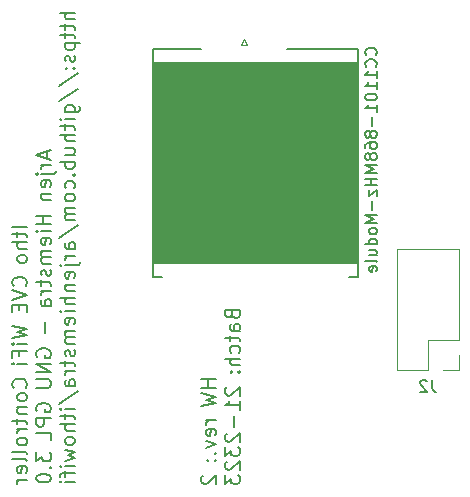
<source format=gbo>
G04 #@! TF.GenerationSoftware,KiCad,Pcbnew,(7.0.0-0)*
G04 #@! TF.CreationDate,2023-06-06T22:54:07+02:00*
G04 #@! TF.ProjectId,ithowifi_4l_v21_tht,6974686f-7769-4666-995f-346c5f763231,rev?*
G04 #@! TF.SameCoordinates,Original*
G04 #@! TF.FileFunction,Legend,Bot*
G04 #@! TF.FilePolarity,Positive*
%FSLAX46Y46*%
G04 Gerber Fmt 4.6, Leading zero omitted, Abs format (unit mm)*
G04 Created by KiCad (PCBNEW (7.0.0-0)) date 2023-06-06 22:54:07*
%MOMM*%
%LPD*%
G01*
G04 APERTURE LIST*
%ADD10C,0.100000*%
%ADD11C,0.200000*%
%ADD12C,0.150000*%
%ADD13C,0.120000*%
G04 APERTURE END LIST*
D10*
G36*
X114808000Y-129997200D02*
G01*
X97561400Y-129997200D01*
X97536000Y-113030000D01*
X114808000Y-113030000D01*
X114808000Y-129997200D01*
G37*
X114808000Y-129997200D02*
X97561400Y-129997200D01*
X97536000Y-113030000D01*
X114808000Y-113030000D01*
X114808000Y-129997200D01*
D11*
X86831236Y-126961869D02*
X85585236Y-126961869D01*
X86000570Y-127377202D02*
X86000570Y-127851869D01*
X85585236Y-127555202D02*
X86653236Y-127555202D01*
X86653236Y-127555202D02*
X86771903Y-127614536D01*
X86771903Y-127614536D02*
X86831236Y-127733202D01*
X86831236Y-127733202D02*
X86831236Y-127851869D01*
X86831236Y-128267202D02*
X85585236Y-128267202D01*
X86831236Y-128801202D02*
X86178570Y-128801202D01*
X86178570Y-128801202D02*
X86059903Y-128741869D01*
X86059903Y-128741869D02*
X86000570Y-128623202D01*
X86000570Y-128623202D02*
X86000570Y-128445202D01*
X86000570Y-128445202D02*
X86059903Y-128326536D01*
X86059903Y-128326536D02*
X86119236Y-128267202D01*
X86831236Y-129572535D02*
X86771903Y-129453869D01*
X86771903Y-129453869D02*
X86712570Y-129394535D01*
X86712570Y-129394535D02*
X86593903Y-129335202D01*
X86593903Y-129335202D02*
X86237903Y-129335202D01*
X86237903Y-129335202D02*
X86119236Y-129394535D01*
X86119236Y-129394535D02*
X86059903Y-129453869D01*
X86059903Y-129453869D02*
X86000570Y-129572535D01*
X86000570Y-129572535D02*
X86000570Y-129750535D01*
X86000570Y-129750535D02*
X86059903Y-129869202D01*
X86059903Y-129869202D02*
X86119236Y-129928535D01*
X86119236Y-129928535D02*
X86237903Y-129987869D01*
X86237903Y-129987869D02*
X86593903Y-129987869D01*
X86593903Y-129987869D02*
X86712570Y-129928535D01*
X86712570Y-129928535D02*
X86771903Y-129869202D01*
X86771903Y-129869202D02*
X86831236Y-129750535D01*
X86831236Y-129750535D02*
X86831236Y-129572535D01*
X86712570Y-131981468D02*
X86771903Y-131922135D01*
X86771903Y-131922135D02*
X86831236Y-131744135D01*
X86831236Y-131744135D02*
X86831236Y-131625468D01*
X86831236Y-131625468D02*
X86771903Y-131447468D01*
X86771903Y-131447468D02*
X86653236Y-131328802D01*
X86653236Y-131328802D02*
X86534570Y-131269468D01*
X86534570Y-131269468D02*
X86297236Y-131210135D01*
X86297236Y-131210135D02*
X86119236Y-131210135D01*
X86119236Y-131210135D02*
X85881903Y-131269468D01*
X85881903Y-131269468D02*
X85763236Y-131328802D01*
X85763236Y-131328802D02*
X85644570Y-131447468D01*
X85644570Y-131447468D02*
X85585236Y-131625468D01*
X85585236Y-131625468D02*
X85585236Y-131744135D01*
X85585236Y-131744135D02*
X85644570Y-131922135D01*
X85644570Y-131922135D02*
X85703903Y-131981468D01*
X85585236Y-132337468D02*
X86831236Y-132752802D01*
X86831236Y-132752802D02*
X85585236Y-133168135D01*
X86178570Y-133583468D02*
X86178570Y-133998802D01*
X86831236Y-134176802D02*
X86831236Y-133583468D01*
X86831236Y-133583468D02*
X85585236Y-133583468D01*
X85585236Y-133583468D02*
X85585236Y-134176802D01*
X85585236Y-135339735D02*
X86831236Y-135636401D01*
X86831236Y-135636401D02*
X85941236Y-135873735D01*
X85941236Y-135873735D02*
X86831236Y-136111068D01*
X86831236Y-136111068D02*
X85585236Y-136407735D01*
X86831236Y-136882401D02*
X86000570Y-136882401D01*
X85585236Y-136882401D02*
X85644570Y-136823068D01*
X85644570Y-136823068D02*
X85703903Y-136882401D01*
X85703903Y-136882401D02*
X85644570Y-136941735D01*
X85644570Y-136941735D02*
X85585236Y-136882401D01*
X85585236Y-136882401D02*
X85703903Y-136882401D01*
X86178570Y-137891068D02*
X86178570Y-137475734D01*
X86831236Y-137475734D02*
X85585236Y-137475734D01*
X85585236Y-137475734D02*
X85585236Y-138069068D01*
X86831236Y-138543734D02*
X86000570Y-138543734D01*
X85585236Y-138543734D02*
X85644570Y-138484401D01*
X85644570Y-138484401D02*
X85703903Y-138543734D01*
X85703903Y-138543734D02*
X85644570Y-138603068D01*
X85644570Y-138603068D02*
X85585236Y-138543734D01*
X85585236Y-138543734D02*
X85703903Y-138543734D01*
X86712570Y-140596667D02*
X86771903Y-140537334D01*
X86771903Y-140537334D02*
X86831236Y-140359334D01*
X86831236Y-140359334D02*
X86831236Y-140240667D01*
X86831236Y-140240667D02*
X86771903Y-140062667D01*
X86771903Y-140062667D02*
X86653236Y-139944001D01*
X86653236Y-139944001D02*
X86534570Y-139884667D01*
X86534570Y-139884667D02*
X86297236Y-139825334D01*
X86297236Y-139825334D02*
X86119236Y-139825334D01*
X86119236Y-139825334D02*
X85881903Y-139884667D01*
X85881903Y-139884667D02*
X85763236Y-139944001D01*
X85763236Y-139944001D02*
X85644570Y-140062667D01*
X85644570Y-140062667D02*
X85585236Y-140240667D01*
X85585236Y-140240667D02*
X85585236Y-140359334D01*
X85585236Y-140359334D02*
X85644570Y-140537334D01*
X85644570Y-140537334D02*
X85703903Y-140596667D01*
X86831236Y-141308667D02*
X86771903Y-141190001D01*
X86771903Y-141190001D02*
X86712570Y-141130667D01*
X86712570Y-141130667D02*
X86593903Y-141071334D01*
X86593903Y-141071334D02*
X86237903Y-141071334D01*
X86237903Y-141071334D02*
X86119236Y-141130667D01*
X86119236Y-141130667D02*
X86059903Y-141190001D01*
X86059903Y-141190001D02*
X86000570Y-141308667D01*
X86000570Y-141308667D02*
X86000570Y-141486667D01*
X86000570Y-141486667D02*
X86059903Y-141605334D01*
X86059903Y-141605334D02*
X86119236Y-141664667D01*
X86119236Y-141664667D02*
X86237903Y-141724001D01*
X86237903Y-141724001D02*
X86593903Y-141724001D01*
X86593903Y-141724001D02*
X86712570Y-141664667D01*
X86712570Y-141664667D02*
X86771903Y-141605334D01*
X86771903Y-141605334D02*
X86831236Y-141486667D01*
X86831236Y-141486667D02*
X86831236Y-141308667D01*
X86000570Y-142258000D02*
X86831236Y-142258000D01*
X86119236Y-142258000D02*
X86059903Y-142317334D01*
X86059903Y-142317334D02*
X86000570Y-142436000D01*
X86000570Y-142436000D02*
X86000570Y-142614000D01*
X86000570Y-142614000D02*
X86059903Y-142732667D01*
X86059903Y-142732667D02*
X86178570Y-142792000D01*
X86178570Y-142792000D02*
X86831236Y-142792000D01*
X86000570Y-143207333D02*
X86000570Y-143682000D01*
X85585236Y-143385333D02*
X86653236Y-143385333D01*
X86653236Y-143385333D02*
X86771903Y-143444667D01*
X86771903Y-143444667D02*
X86831236Y-143563333D01*
X86831236Y-143563333D02*
X86831236Y-143682000D01*
X86831236Y-144097333D02*
X86000570Y-144097333D01*
X86237903Y-144097333D02*
X86119236Y-144156667D01*
X86119236Y-144156667D02*
X86059903Y-144216000D01*
X86059903Y-144216000D02*
X86000570Y-144334667D01*
X86000570Y-144334667D02*
X86000570Y-144453333D01*
X86831236Y-145046666D02*
X86771903Y-144928000D01*
X86771903Y-144928000D02*
X86712570Y-144868666D01*
X86712570Y-144868666D02*
X86593903Y-144809333D01*
X86593903Y-144809333D02*
X86237903Y-144809333D01*
X86237903Y-144809333D02*
X86119236Y-144868666D01*
X86119236Y-144868666D02*
X86059903Y-144928000D01*
X86059903Y-144928000D02*
X86000570Y-145046666D01*
X86000570Y-145046666D02*
X86000570Y-145224666D01*
X86000570Y-145224666D02*
X86059903Y-145343333D01*
X86059903Y-145343333D02*
X86119236Y-145402666D01*
X86119236Y-145402666D02*
X86237903Y-145462000D01*
X86237903Y-145462000D02*
X86593903Y-145462000D01*
X86593903Y-145462000D02*
X86712570Y-145402666D01*
X86712570Y-145402666D02*
X86771903Y-145343333D01*
X86771903Y-145343333D02*
X86831236Y-145224666D01*
X86831236Y-145224666D02*
X86831236Y-145046666D01*
X86831236Y-146173999D02*
X86771903Y-146055333D01*
X86771903Y-146055333D02*
X86653236Y-145995999D01*
X86653236Y-145995999D02*
X85585236Y-145995999D01*
X86831236Y-146826666D02*
X86771903Y-146708000D01*
X86771903Y-146708000D02*
X86653236Y-146648666D01*
X86653236Y-146648666D02*
X85585236Y-146648666D01*
X86771903Y-147776000D02*
X86831236Y-147657333D01*
X86831236Y-147657333D02*
X86831236Y-147420000D01*
X86831236Y-147420000D02*
X86771903Y-147301333D01*
X86771903Y-147301333D02*
X86653236Y-147242000D01*
X86653236Y-147242000D02*
X86178570Y-147242000D01*
X86178570Y-147242000D02*
X86059903Y-147301333D01*
X86059903Y-147301333D02*
X86000570Y-147420000D01*
X86000570Y-147420000D02*
X86000570Y-147657333D01*
X86000570Y-147657333D02*
X86059903Y-147776000D01*
X86059903Y-147776000D02*
X86178570Y-147835333D01*
X86178570Y-147835333D02*
X86297236Y-147835333D01*
X86297236Y-147835333D02*
X86415903Y-147242000D01*
X86831236Y-148369333D02*
X86000570Y-148369333D01*
X86237903Y-148369333D02*
X86119236Y-148428667D01*
X86119236Y-148428667D02*
X86059903Y-148488000D01*
X86059903Y-148488000D02*
X86000570Y-148606667D01*
X86000570Y-148606667D02*
X86000570Y-148725333D01*
X88493756Y-120601335D02*
X88493756Y-121194668D01*
X88849756Y-120482668D02*
X87603756Y-120898002D01*
X87603756Y-120898002D02*
X88849756Y-121313335D01*
X88849756Y-121728668D02*
X88019090Y-121728668D01*
X88256423Y-121728668D02*
X88137756Y-121788002D01*
X88137756Y-121788002D02*
X88078423Y-121847335D01*
X88078423Y-121847335D02*
X88019090Y-121966002D01*
X88019090Y-121966002D02*
X88019090Y-122084668D01*
X88019090Y-122500001D02*
X89087090Y-122500001D01*
X89087090Y-122500001D02*
X89205756Y-122440668D01*
X89205756Y-122440668D02*
X89265090Y-122322001D01*
X89265090Y-122322001D02*
X89265090Y-122262668D01*
X87603756Y-122500001D02*
X87663090Y-122440668D01*
X87663090Y-122440668D02*
X87722423Y-122500001D01*
X87722423Y-122500001D02*
X87663090Y-122559335D01*
X87663090Y-122559335D02*
X87603756Y-122500001D01*
X87603756Y-122500001D02*
X87722423Y-122500001D01*
X88790423Y-123568001D02*
X88849756Y-123449334D01*
X88849756Y-123449334D02*
X88849756Y-123212001D01*
X88849756Y-123212001D02*
X88790423Y-123093334D01*
X88790423Y-123093334D02*
X88671756Y-123034001D01*
X88671756Y-123034001D02*
X88197090Y-123034001D01*
X88197090Y-123034001D02*
X88078423Y-123093334D01*
X88078423Y-123093334D02*
X88019090Y-123212001D01*
X88019090Y-123212001D02*
X88019090Y-123449334D01*
X88019090Y-123449334D02*
X88078423Y-123568001D01*
X88078423Y-123568001D02*
X88197090Y-123627334D01*
X88197090Y-123627334D02*
X88315756Y-123627334D01*
X88315756Y-123627334D02*
X88434423Y-123034001D01*
X88019090Y-124161334D02*
X88849756Y-124161334D01*
X88137756Y-124161334D02*
X88078423Y-124220668D01*
X88078423Y-124220668D02*
X88019090Y-124339334D01*
X88019090Y-124339334D02*
X88019090Y-124517334D01*
X88019090Y-124517334D02*
X88078423Y-124636001D01*
X88078423Y-124636001D02*
X88197090Y-124695334D01*
X88197090Y-124695334D02*
X88849756Y-124695334D01*
X88849756Y-126036267D02*
X87603756Y-126036267D01*
X88197090Y-126036267D02*
X88197090Y-126748267D01*
X88849756Y-126748267D02*
X87603756Y-126748267D01*
X88849756Y-127341600D02*
X88019090Y-127341600D01*
X87603756Y-127341600D02*
X87663090Y-127282267D01*
X87663090Y-127282267D02*
X87722423Y-127341600D01*
X87722423Y-127341600D02*
X87663090Y-127400934D01*
X87663090Y-127400934D02*
X87603756Y-127341600D01*
X87603756Y-127341600D02*
X87722423Y-127341600D01*
X88790423Y-128409600D02*
X88849756Y-128290933D01*
X88849756Y-128290933D02*
X88849756Y-128053600D01*
X88849756Y-128053600D02*
X88790423Y-127934933D01*
X88790423Y-127934933D02*
X88671756Y-127875600D01*
X88671756Y-127875600D02*
X88197090Y-127875600D01*
X88197090Y-127875600D02*
X88078423Y-127934933D01*
X88078423Y-127934933D02*
X88019090Y-128053600D01*
X88019090Y-128053600D02*
X88019090Y-128290933D01*
X88019090Y-128290933D02*
X88078423Y-128409600D01*
X88078423Y-128409600D02*
X88197090Y-128468933D01*
X88197090Y-128468933D02*
X88315756Y-128468933D01*
X88315756Y-128468933D02*
X88434423Y-127875600D01*
X88849756Y-129002933D02*
X88019090Y-129002933D01*
X88137756Y-129002933D02*
X88078423Y-129062267D01*
X88078423Y-129062267D02*
X88019090Y-129180933D01*
X88019090Y-129180933D02*
X88019090Y-129358933D01*
X88019090Y-129358933D02*
X88078423Y-129477600D01*
X88078423Y-129477600D02*
X88197090Y-129536933D01*
X88197090Y-129536933D02*
X88849756Y-129536933D01*
X88197090Y-129536933D02*
X88078423Y-129596267D01*
X88078423Y-129596267D02*
X88019090Y-129714933D01*
X88019090Y-129714933D02*
X88019090Y-129892933D01*
X88019090Y-129892933D02*
X88078423Y-130011600D01*
X88078423Y-130011600D02*
X88197090Y-130070933D01*
X88197090Y-130070933D02*
X88849756Y-130070933D01*
X88790423Y-130604933D02*
X88849756Y-130723600D01*
X88849756Y-130723600D02*
X88849756Y-130960933D01*
X88849756Y-130960933D02*
X88790423Y-131079600D01*
X88790423Y-131079600D02*
X88671756Y-131138933D01*
X88671756Y-131138933D02*
X88612423Y-131138933D01*
X88612423Y-131138933D02*
X88493756Y-131079600D01*
X88493756Y-131079600D02*
X88434423Y-130960933D01*
X88434423Y-130960933D02*
X88434423Y-130782933D01*
X88434423Y-130782933D02*
X88375090Y-130664266D01*
X88375090Y-130664266D02*
X88256423Y-130604933D01*
X88256423Y-130604933D02*
X88197090Y-130604933D01*
X88197090Y-130604933D02*
X88078423Y-130664266D01*
X88078423Y-130664266D02*
X88019090Y-130782933D01*
X88019090Y-130782933D02*
X88019090Y-130960933D01*
X88019090Y-130960933D02*
X88078423Y-131079600D01*
X88019090Y-131494933D02*
X88019090Y-131969600D01*
X87603756Y-131672933D02*
X88671756Y-131672933D01*
X88671756Y-131672933D02*
X88790423Y-131732267D01*
X88790423Y-131732267D02*
X88849756Y-131850933D01*
X88849756Y-131850933D02*
X88849756Y-131969600D01*
X88849756Y-132384933D02*
X88019090Y-132384933D01*
X88256423Y-132384933D02*
X88137756Y-132444267D01*
X88137756Y-132444267D02*
X88078423Y-132503600D01*
X88078423Y-132503600D02*
X88019090Y-132622267D01*
X88019090Y-132622267D02*
X88019090Y-132740933D01*
X88849756Y-133690266D02*
X88197090Y-133690266D01*
X88197090Y-133690266D02*
X88078423Y-133630933D01*
X88078423Y-133630933D02*
X88019090Y-133512266D01*
X88019090Y-133512266D02*
X88019090Y-133274933D01*
X88019090Y-133274933D02*
X88078423Y-133156266D01*
X88790423Y-133690266D02*
X88849756Y-133571600D01*
X88849756Y-133571600D02*
X88849756Y-133274933D01*
X88849756Y-133274933D02*
X88790423Y-133156266D01*
X88790423Y-133156266D02*
X88671756Y-133096933D01*
X88671756Y-133096933D02*
X88553090Y-133096933D01*
X88553090Y-133096933D02*
X88434423Y-133156266D01*
X88434423Y-133156266D02*
X88375090Y-133274933D01*
X88375090Y-133274933D02*
X88375090Y-133571600D01*
X88375090Y-133571600D02*
X88315756Y-133690266D01*
X88375090Y-135031199D02*
X88375090Y-135980533D01*
X87663090Y-137974133D02*
X87603756Y-137855466D01*
X87603756Y-137855466D02*
X87603756Y-137677466D01*
X87603756Y-137677466D02*
X87663090Y-137499466D01*
X87663090Y-137499466D02*
X87781756Y-137380800D01*
X87781756Y-137380800D02*
X87900423Y-137321466D01*
X87900423Y-137321466D02*
X88137756Y-137262133D01*
X88137756Y-137262133D02*
X88315756Y-137262133D01*
X88315756Y-137262133D02*
X88553090Y-137321466D01*
X88553090Y-137321466D02*
X88671756Y-137380800D01*
X88671756Y-137380800D02*
X88790423Y-137499466D01*
X88790423Y-137499466D02*
X88849756Y-137677466D01*
X88849756Y-137677466D02*
X88849756Y-137796133D01*
X88849756Y-137796133D02*
X88790423Y-137974133D01*
X88790423Y-137974133D02*
X88731090Y-138033466D01*
X88731090Y-138033466D02*
X88315756Y-138033466D01*
X88315756Y-138033466D02*
X88315756Y-137796133D01*
X88849756Y-138567466D02*
X87603756Y-138567466D01*
X87603756Y-138567466D02*
X88849756Y-139279466D01*
X88849756Y-139279466D02*
X87603756Y-139279466D01*
X87603756Y-139872799D02*
X88612423Y-139872799D01*
X88612423Y-139872799D02*
X88731090Y-139932133D01*
X88731090Y-139932133D02*
X88790423Y-139991466D01*
X88790423Y-139991466D02*
X88849756Y-140110133D01*
X88849756Y-140110133D02*
X88849756Y-140347466D01*
X88849756Y-140347466D02*
X88790423Y-140466133D01*
X88790423Y-140466133D02*
X88731090Y-140525466D01*
X88731090Y-140525466D02*
X88612423Y-140584799D01*
X88612423Y-140584799D02*
X87603756Y-140584799D01*
X87663090Y-142578399D02*
X87603756Y-142459732D01*
X87603756Y-142459732D02*
X87603756Y-142281732D01*
X87603756Y-142281732D02*
X87663090Y-142103732D01*
X87663090Y-142103732D02*
X87781756Y-141985066D01*
X87781756Y-141985066D02*
X87900423Y-141925732D01*
X87900423Y-141925732D02*
X88137756Y-141866399D01*
X88137756Y-141866399D02*
X88315756Y-141866399D01*
X88315756Y-141866399D02*
X88553090Y-141925732D01*
X88553090Y-141925732D02*
X88671756Y-141985066D01*
X88671756Y-141985066D02*
X88790423Y-142103732D01*
X88790423Y-142103732D02*
X88849756Y-142281732D01*
X88849756Y-142281732D02*
X88849756Y-142400399D01*
X88849756Y-142400399D02*
X88790423Y-142578399D01*
X88790423Y-142578399D02*
X88731090Y-142637732D01*
X88731090Y-142637732D02*
X88315756Y-142637732D01*
X88315756Y-142637732D02*
X88315756Y-142400399D01*
X88849756Y-143171732D02*
X87603756Y-143171732D01*
X87603756Y-143171732D02*
X87603756Y-143646399D01*
X87603756Y-143646399D02*
X87663090Y-143765066D01*
X87663090Y-143765066D02*
X87722423Y-143824399D01*
X87722423Y-143824399D02*
X87841090Y-143883732D01*
X87841090Y-143883732D02*
X88019090Y-143883732D01*
X88019090Y-143883732D02*
X88137756Y-143824399D01*
X88137756Y-143824399D02*
X88197090Y-143765066D01*
X88197090Y-143765066D02*
X88256423Y-143646399D01*
X88256423Y-143646399D02*
X88256423Y-143171732D01*
X88849756Y-145011066D02*
X88849756Y-144417732D01*
X88849756Y-144417732D02*
X87603756Y-144417732D01*
X87603756Y-146055333D02*
X87603756Y-146826666D01*
X87603756Y-146826666D02*
X88078423Y-146411333D01*
X88078423Y-146411333D02*
X88078423Y-146589333D01*
X88078423Y-146589333D02*
X88137756Y-146707999D01*
X88137756Y-146707999D02*
X88197090Y-146767333D01*
X88197090Y-146767333D02*
X88315756Y-146826666D01*
X88315756Y-146826666D02*
X88612423Y-146826666D01*
X88612423Y-146826666D02*
X88731090Y-146767333D01*
X88731090Y-146767333D02*
X88790423Y-146707999D01*
X88790423Y-146707999D02*
X88849756Y-146589333D01*
X88849756Y-146589333D02*
X88849756Y-146233333D01*
X88849756Y-146233333D02*
X88790423Y-146114666D01*
X88790423Y-146114666D02*
X88731090Y-146055333D01*
X88731090Y-147360666D02*
X88790423Y-147420000D01*
X88790423Y-147420000D02*
X88849756Y-147360666D01*
X88849756Y-147360666D02*
X88790423Y-147301333D01*
X88790423Y-147301333D02*
X88731090Y-147360666D01*
X88731090Y-147360666D02*
X88849756Y-147360666D01*
X87603756Y-148191333D02*
X87603756Y-148309999D01*
X87603756Y-148309999D02*
X87663090Y-148428666D01*
X87663090Y-148428666D02*
X87722423Y-148487999D01*
X87722423Y-148487999D02*
X87841090Y-148547333D01*
X87841090Y-148547333D02*
X88078423Y-148606666D01*
X88078423Y-148606666D02*
X88375090Y-148606666D01*
X88375090Y-148606666D02*
X88612423Y-148547333D01*
X88612423Y-148547333D02*
X88731090Y-148487999D01*
X88731090Y-148487999D02*
X88790423Y-148428666D01*
X88790423Y-148428666D02*
X88849756Y-148309999D01*
X88849756Y-148309999D02*
X88849756Y-148191333D01*
X88849756Y-148191333D02*
X88790423Y-148072666D01*
X88790423Y-148072666D02*
X88731090Y-148013333D01*
X88731090Y-148013333D02*
X88612423Y-147953999D01*
X88612423Y-147953999D02*
X88375090Y-147894666D01*
X88375090Y-147894666D02*
X88078423Y-147894666D01*
X88078423Y-147894666D02*
X87841090Y-147953999D01*
X87841090Y-147953999D02*
X87722423Y-148013333D01*
X87722423Y-148013333D02*
X87663090Y-148072666D01*
X87663090Y-148072666D02*
X87603756Y-148191333D01*
X90868276Y-108853342D02*
X89622276Y-108853342D01*
X90868276Y-109387342D02*
X90215610Y-109387342D01*
X90215610Y-109387342D02*
X90096943Y-109328009D01*
X90096943Y-109328009D02*
X90037610Y-109209342D01*
X90037610Y-109209342D02*
X90037610Y-109031342D01*
X90037610Y-109031342D02*
X90096943Y-108912676D01*
X90096943Y-108912676D02*
X90156276Y-108853342D01*
X90037610Y-109802675D02*
X90037610Y-110277342D01*
X89622276Y-109980675D02*
X90690276Y-109980675D01*
X90690276Y-109980675D02*
X90808943Y-110040009D01*
X90808943Y-110040009D02*
X90868276Y-110158675D01*
X90868276Y-110158675D02*
X90868276Y-110277342D01*
X90037610Y-110514675D02*
X90037610Y-110989342D01*
X89622276Y-110692675D02*
X90690276Y-110692675D01*
X90690276Y-110692675D02*
X90808943Y-110752009D01*
X90808943Y-110752009D02*
X90868276Y-110870675D01*
X90868276Y-110870675D02*
X90868276Y-110989342D01*
X90037610Y-111404675D02*
X91283610Y-111404675D01*
X90096943Y-111404675D02*
X90037610Y-111523342D01*
X90037610Y-111523342D02*
X90037610Y-111760675D01*
X90037610Y-111760675D02*
X90096943Y-111879342D01*
X90096943Y-111879342D02*
X90156276Y-111938675D01*
X90156276Y-111938675D02*
X90274943Y-111998009D01*
X90274943Y-111998009D02*
X90630943Y-111998009D01*
X90630943Y-111998009D02*
X90749610Y-111938675D01*
X90749610Y-111938675D02*
X90808943Y-111879342D01*
X90808943Y-111879342D02*
X90868276Y-111760675D01*
X90868276Y-111760675D02*
X90868276Y-111523342D01*
X90868276Y-111523342D02*
X90808943Y-111404675D01*
X90808943Y-112472675D02*
X90868276Y-112591342D01*
X90868276Y-112591342D02*
X90868276Y-112828675D01*
X90868276Y-112828675D02*
X90808943Y-112947342D01*
X90808943Y-112947342D02*
X90690276Y-113006675D01*
X90690276Y-113006675D02*
X90630943Y-113006675D01*
X90630943Y-113006675D02*
X90512276Y-112947342D01*
X90512276Y-112947342D02*
X90452943Y-112828675D01*
X90452943Y-112828675D02*
X90452943Y-112650675D01*
X90452943Y-112650675D02*
X90393610Y-112532008D01*
X90393610Y-112532008D02*
X90274943Y-112472675D01*
X90274943Y-112472675D02*
X90215610Y-112472675D01*
X90215610Y-112472675D02*
X90096943Y-112532008D01*
X90096943Y-112532008D02*
X90037610Y-112650675D01*
X90037610Y-112650675D02*
X90037610Y-112828675D01*
X90037610Y-112828675D02*
X90096943Y-112947342D01*
X90749610Y-113540675D02*
X90808943Y-113600009D01*
X90808943Y-113600009D02*
X90868276Y-113540675D01*
X90868276Y-113540675D02*
X90808943Y-113481342D01*
X90808943Y-113481342D02*
X90749610Y-113540675D01*
X90749610Y-113540675D02*
X90868276Y-113540675D01*
X90096943Y-113540675D02*
X90156276Y-113600009D01*
X90156276Y-113600009D02*
X90215610Y-113540675D01*
X90215610Y-113540675D02*
X90156276Y-113481342D01*
X90156276Y-113481342D02*
X90096943Y-113540675D01*
X90096943Y-113540675D02*
X90215610Y-113540675D01*
X89562943Y-115024008D02*
X91164943Y-113956008D01*
X89562943Y-116329341D02*
X91164943Y-115261341D01*
X90037610Y-117278674D02*
X91046276Y-117278674D01*
X91046276Y-117278674D02*
X91164943Y-117219341D01*
X91164943Y-117219341D02*
X91224276Y-117160008D01*
X91224276Y-117160008D02*
X91283610Y-117041341D01*
X91283610Y-117041341D02*
X91283610Y-116863341D01*
X91283610Y-116863341D02*
X91224276Y-116744674D01*
X90808943Y-117278674D02*
X90868276Y-117160008D01*
X90868276Y-117160008D02*
X90868276Y-116922674D01*
X90868276Y-116922674D02*
X90808943Y-116804008D01*
X90808943Y-116804008D02*
X90749610Y-116744674D01*
X90749610Y-116744674D02*
X90630943Y-116685341D01*
X90630943Y-116685341D02*
X90274943Y-116685341D01*
X90274943Y-116685341D02*
X90156276Y-116744674D01*
X90156276Y-116744674D02*
X90096943Y-116804008D01*
X90096943Y-116804008D02*
X90037610Y-116922674D01*
X90037610Y-116922674D02*
X90037610Y-117160008D01*
X90037610Y-117160008D02*
X90096943Y-117278674D01*
X90868276Y-117872007D02*
X90037610Y-117872007D01*
X89622276Y-117872007D02*
X89681610Y-117812674D01*
X89681610Y-117812674D02*
X89740943Y-117872007D01*
X89740943Y-117872007D02*
X89681610Y-117931341D01*
X89681610Y-117931341D02*
X89622276Y-117872007D01*
X89622276Y-117872007D02*
X89740943Y-117872007D01*
X90037610Y-118287340D02*
X90037610Y-118762007D01*
X89622276Y-118465340D02*
X90690276Y-118465340D01*
X90690276Y-118465340D02*
X90808943Y-118524674D01*
X90808943Y-118524674D02*
X90868276Y-118643340D01*
X90868276Y-118643340D02*
X90868276Y-118762007D01*
X90868276Y-119177340D02*
X89622276Y-119177340D01*
X90868276Y-119711340D02*
X90215610Y-119711340D01*
X90215610Y-119711340D02*
X90096943Y-119652007D01*
X90096943Y-119652007D02*
X90037610Y-119533340D01*
X90037610Y-119533340D02*
X90037610Y-119355340D01*
X90037610Y-119355340D02*
X90096943Y-119236674D01*
X90096943Y-119236674D02*
X90156276Y-119177340D01*
X90037610Y-120838673D02*
X90868276Y-120838673D01*
X90037610Y-120304673D02*
X90690276Y-120304673D01*
X90690276Y-120304673D02*
X90808943Y-120364007D01*
X90808943Y-120364007D02*
X90868276Y-120482673D01*
X90868276Y-120482673D02*
X90868276Y-120660673D01*
X90868276Y-120660673D02*
X90808943Y-120779340D01*
X90808943Y-120779340D02*
X90749610Y-120838673D01*
X90868276Y-121432006D02*
X89622276Y-121432006D01*
X90096943Y-121432006D02*
X90037610Y-121550673D01*
X90037610Y-121550673D02*
X90037610Y-121788006D01*
X90037610Y-121788006D02*
X90096943Y-121906673D01*
X90096943Y-121906673D02*
X90156276Y-121966006D01*
X90156276Y-121966006D02*
X90274943Y-122025340D01*
X90274943Y-122025340D02*
X90630943Y-122025340D01*
X90630943Y-122025340D02*
X90749610Y-121966006D01*
X90749610Y-121966006D02*
X90808943Y-121906673D01*
X90808943Y-121906673D02*
X90868276Y-121788006D01*
X90868276Y-121788006D02*
X90868276Y-121550673D01*
X90868276Y-121550673D02*
X90808943Y-121432006D01*
X90749610Y-122559339D02*
X90808943Y-122618673D01*
X90808943Y-122618673D02*
X90868276Y-122559339D01*
X90868276Y-122559339D02*
X90808943Y-122500006D01*
X90808943Y-122500006D02*
X90749610Y-122559339D01*
X90749610Y-122559339D02*
X90868276Y-122559339D01*
X90808943Y-123686672D02*
X90868276Y-123568006D01*
X90868276Y-123568006D02*
X90868276Y-123330672D01*
X90868276Y-123330672D02*
X90808943Y-123212006D01*
X90808943Y-123212006D02*
X90749610Y-123152672D01*
X90749610Y-123152672D02*
X90630943Y-123093339D01*
X90630943Y-123093339D02*
X90274943Y-123093339D01*
X90274943Y-123093339D02*
X90156276Y-123152672D01*
X90156276Y-123152672D02*
X90096943Y-123212006D01*
X90096943Y-123212006D02*
X90037610Y-123330672D01*
X90037610Y-123330672D02*
X90037610Y-123568006D01*
X90037610Y-123568006D02*
X90096943Y-123686672D01*
X90868276Y-124398672D02*
X90808943Y-124280006D01*
X90808943Y-124280006D02*
X90749610Y-124220672D01*
X90749610Y-124220672D02*
X90630943Y-124161339D01*
X90630943Y-124161339D02*
X90274943Y-124161339D01*
X90274943Y-124161339D02*
X90156276Y-124220672D01*
X90156276Y-124220672D02*
X90096943Y-124280006D01*
X90096943Y-124280006D02*
X90037610Y-124398672D01*
X90037610Y-124398672D02*
X90037610Y-124576672D01*
X90037610Y-124576672D02*
X90096943Y-124695339D01*
X90096943Y-124695339D02*
X90156276Y-124754672D01*
X90156276Y-124754672D02*
X90274943Y-124814006D01*
X90274943Y-124814006D02*
X90630943Y-124814006D01*
X90630943Y-124814006D02*
X90749610Y-124754672D01*
X90749610Y-124754672D02*
X90808943Y-124695339D01*
X90808943Y-124695339D02*
X90868276Y-124576672D01*
X90868276Y-124576672D02*
X90868276Y-124398672D01*
X90868276Y-125348005D02*
X90037610Y-125348005D01*
X90156276Y-125348005D02*
X90096943Y-125407339D01*
X90096943Y-125407339D02*
X90037610Y-125526005D01*
X90037610Y-125526005D02*
X90037610Y-125704005D01*
X90037610Y-125704005D02*
X90096943Y-125822672D01*
X90096943Y-125822672D02*
X90215610Y-125882005D01*
X90215610Y-125882005D02*
X90868276Y-125882005D01*
X90215610Y-125882005D02*
X90096943Y-125941339D01*
X90096943Y-125941339D02*
X90037610Y-126060005D01*
X90037610Y-126060005D02*
X90037610Y-126238005D01*
X90037610Y-126238005D02*
X90096943Y-126356672D01*
X90096943Y-126356672D02*
X90215610Y-126416005D01*
X90215610Y-126416005D02*
X90868276Y-126416005D01*
X89562943Y-127899338D02*
X91164943Y-126831338D01*
X90868276Y-128848671D02*
X90215610Y-128848671D01*
X90215610Y-128848671D02*
X90096943Y-128789338D01*
X90096943Y-128789338D02*
X90037610Y-128670671D01*
X90037610Y-128670671D02*
X90037610Y-128433338D01*
X90037610Y-128433338D02*
X90096943Y-128314671D01*
X90808943Y-128848671D02*
X90868276Y-128730005D01*
X90868276Y-128730005D02*
X90868276Y-128433338D01*
X90868276Y-128433338D02*
X90808943Y-128314671D01*
X90808943Y-128314671D02*
X90690276Y-128255338D01*
X90690276Y-128255338D02*
X90571610Y-128255338D01*
X90571610Y-128255338D02*
X90452943Y-128314671D01*
X90452943Y-128314671D02*
X90393610Y-128433338D01*
X90393610Y-128433338D02*
X90393610Y-128730005D01*
X90393610Y-128730005D02*
X90334276Y-128848671D01*
X90868276Y-129442004D02*
X90037610Y-129442004D01*
X90274943Y-129442004D02*
X90156276Y-129501338D01*
X90156276Y-129501338D02*
X90096943Y-129560671D01*
X90096943Y-129560671D02*
X90037610Y-129679338D01*
X90037610Y-129679338D02*
X90037610Y-129798004D01*
X90037610Y-130213337D02*
X91105610Y-130213337D01*
X91105610Y-130213337D02*
X91224276Y-130154004D01*
X91224276Y-130154004D02*
X91283610Y-130035337D01*
X91283610Y-130035337D02*
X91283610Y-129976004D01*
X89622276Y-130213337D02*
X89681610Y-130154004D01*
X89681610Y-130154004D02*
X89740943Y-130213337D01*
X89740943Y-130213337D02*
X89681610Y-130272671D01*
X89681610Y-130272671D02*
X89622276Y-130213337D01*
X89622276Y-130213337D02*
X89740943Y-130213337D01*
X90808943Y-131281337D02*
X90868276Y-131162670D01*
X90868276Y-131162670D02*
X90868276Y-130925337D01*
X90868276Y-130925337D02*
X90808943Y-130806670D01*
X90808943Y-130806670D02*
X90690276Y-130747337D01*
X90690276Y-130747337D02*
X90215610Y-130747337D01*
X90215610Y-130747337D02*
X90096943Y-130806670D01*
X90096943Y-130806670D02*
X90037610Y-130925337D01*
X90037610Y-130925337D02*
X90037610Y-131162670D01*
X90037610Y-131162670D02*
X90096943Y-131281337D01*
X90096943Y-131281337D02*
X90215610Y-131340670D01*
X90215610Y-131340670D02*
X90334276Y-131340670D01*
X90334276Y-131340670D02*
X90452943Y-130747337D01*
X90037610Y-131874670D02*
X90868276Y-131874670D01*
X90156276Y-131874670D02*
X90096943Y-131934004D01*
X90096943Y-131934004D02*
X90037610Y-132052670D01*
X90037610Y-132052670D02*
X90037610Y-132230670D01*
X90037610Y-132230670D02*
X90096943Y-132349337D01*
X90096943Y-132349337D02*
X90215610Y-132408670D01*
X90215610Y-132408670D02*
X90868276Y-132408670D01*
X90868276Y-133002003D02*
X89622276Y-133002003D01*
X90868276Y-133536003D02*
X90215610Y-133536003D01*
X90215610Y-133536003D02*
X90096943Y-133476670D01*
X90096943Y-133476670D02*
X90037610Y-133358003D01*
X90037610Y-133358003D02*
X90037610Y-133180003D01*
X90037610Y-133180003D02*
X90096943Y-133061337D01*
X90096943Y-133061337D02*
X90156276Y-133002003D01*
X90868276Y-134129336D02*
X90037610Y-134129336D01*
X89622276Y-134129336D02*
X89681610Y-134070003D01*
X89681610Y-134070003D02*
X89740943Y-134129336D01*
X89740943Y-134129336D02*
X89681610Y-134188670D01*
X89681610Y-134188670D02*
X89622276Y-134129336D01*
X89622276Y-134129336D02*
X89740943Y-134129336D01*
X90808943Y-135197336D02*
X90868276Y-135078669D01*
X90868276Y-135078669D02*
X90868276Y-134841336D01*
X90868276Y-134841336D02*
X90808943Y-134722669D01*
X90808943Y-134722669D02*
X90690276Y-134663336D01*
X90690276Y-134663336D02*
X90215610Y-134663336D01*
X90215610Y-134663336D02*
X90096943Y-134722669D01*
X90096943Y-134722669D02*
X90037610Y-134841336D01*
X90037610Y-134841336D02*
X90037610Y-135078669D01*
X90037610Y-135078669D02*
X90096943Y-135197336D01*
X90096943Y-135197336D02*
X90215610Y-135256669D01*
X90215610Y-135256669D02*
X90334276Y-135256669D01*
X90334276Y-135256669D02*
X90452943Y-134663336D01*
X90868276Y-135790669D02*
X90037610Y-135790669D01*
X90156276Y-135790669D02*
X90096943Y-135850003D01*
X90096943Y-135850003D02*
X90037610Y-135968669D01*
X90037610Y-135968669D02*
X90037610Y-136146669D01*
X90037610Y-136146669D02*
X90096943Y-136265336D01*
X90096943Y-136265336D02*
X90215610Y-136324669D01*
X90215610Y-136324669D02*
X90868276Y-136324669D01*
X90215610Y-136324669D02*
X90096943Y-136384003D01*
X90096943Y-136384003D02*
X90037610Y-136502669D01*
X90037610Y-136502669D02*
X90037610Y-136680669D01*
X90037610Y-136680669D02*
X90096943Y-136799336D01*
X90096943Y-136799336D02*
X90215610Y-136858669D01*
X90215610Y-136858669D02*
X90868276Y-136858669D01*
X90808943Y-137392669D02*
X90868276Y-137511336D01*
X90868276Y-137511336D02*
X90868276Y-137748669D01*
X90868276Y-137748669D02*
X90808943Y-137867336D01*
X90808943Y-137867336D02*
X90690276Y-137926669D01*
X90690276Y-137926669D02*
X90630943Y-137926669D01*
X90630943Y-137926669D02*
X90512276Y-137867336D01*
X90512276Y-137867336D02*
X90452943Y-137748669D01*
X90452943Y-137748669D02*
X90452943Y-137570669D01*
X90452943Y-137570669D02*
X90393610Y-137452002D01*
X90393610Y-137452002D02*
X90274943Y-137392669D01*
X90274943Y-137392669D02*
X90215610Y-137392669D01*
X90215610Y-137392669D02*
X90096943Y-137452002D01*
X90096943Y-137452002D02*
X90037610Y-137570669D01*
X90037610Y-137570669D02*
X90037610Y-137748669D01*
X90037610Y-137748669D02*
X90096943Y-137867336D01*
X90037610Y-138282669D02*
X90037610Y-138757336D01*
X89622276Y-138460669D02*
X90690276Y-138460669D01*
X90690276Y-138460669D02*
X90808943Y-138520003D01*
X90808943Y-138520003D02*
X90868276Y-138638669D01*
X90868276Y-138638669D02*
X90868276Y-138757336D01*
X90868276Y-139172669D02*
X90037610Y-139172669D01*
X90274943Y-139172669D02*
X90156276Y-139232003D01*
X90156276Y-139232003D02*
X90096943Y-139291336D01*
X90096943Y-139291336D02*
X90037610Y-139410003D01*
X90037610Y-139410003D02*
X90037610Y-139528669D01*
X90868276Y-140478002D02*
X90215610Y-140478002D01*
X90215610Y-140478002D02*
X90096943Y-140418669D01*
X90096943Y-140418669D02*
X90037610Y-140300002D01*
X90037610Y-140300002D02*
X90037610Y-140062669D01*
X90037610Y-140062669D02*
X90096943Y-139944002D01*
X90808943Y-140478002D02*
X90868276Y-140359336D01*
X90868276Y-140359336D02*
X90868276Y-140062669D01*
X90868276Y-140062669D02*
X90808943Y-139944002D01*
X90808943Y-139944002D02*
X90690276Y-139884669D01*
X90690276Y-139884669D02*
X90571610Y-139884669D01*
X90571610Y-139884669D02*
X90452943Y-139944002D01*
X90452943Y-139944002D02*
X90393610Y-140062669D01*
X90393610Y-140062669D02*
X90393610Y-140359336D01*
X90393610Y-140359336D02*
X90334276Y-140478002D01*
X89562943Y-141961335D02*
X91164943Y-140893335D01*
X90868276Y-142376668D02*
X90037610Y-142376668D01*
X89622276Y-142376668D02*
X89681610Y-142317335D01*
X89681610Y-142317335D02*
X89740943Y-142376668D01*
X89740943Y-142376668D02*
X89681610Y-142436002D01*
X89681610Y-142436002D02*
X89622276Y-142376668D01*
X89622276Y-142376668D02*
X89740943Y-142376668D01*
X90037610Y-142792001D02*
X90037610Y-143266668D01*
X89622276Y-142970001D02*
X90690276Y-142970001D01*
X90690276Y-142970001D02*
X90808943Y-143029335D01*
X90808943Y-143029335D02*
X90868276Y-143148001D01*
X90868276Y-143148001D02*
X90868276Y-143266668D01*
X90868276Y-143682001D02*
X89622276Y-143682001D01*
X90868276Y-144216001D02*
X90215610Y-144216001D01*
X90215610Y-144216001D02*
X90096943Y-144156668D01*
X90096943Y-144156668D02*
X90037610Y-144038001D01*
X90037610Y-144038001D02*
X90037610Y-143860001D01*
X90037610Y-143860001D02*
X90096943Y-143741335D01*
X90096943Y-143741335D02*
X90156276Y-143682001D01*
X90868276Y-144987334D02*
X90808943Y-144868668D01*
X90808943Y-144868668D02*
X90749610Y-144809334D01*
X90749610Y-144809334D02*
X90630943Y-144750001D01*
X90630943Y-144750001D02*
X90274943Y-144750001D01*
X90274943Y-144750001D02*
X90156276Y-144809334D01*
X90156276Y-144809334D02*
X90096943Y-144868668D01*
X90096943Y-144868668D02*
X90037610Y-144987334D01*
X90037610Y-144987334D02*
X90037610Y-145165334D01*
X90037610Y-145165334D02*
X90096943Y-145284001D01*
X90096943Y-145284001D02*
X90156276Y-145343334D01*
X90156276Y-145343334D02*
X90274943Y-145402668D01*
X90274943Y-145402668D02*
X90630943Y-145402668D01*
X90630943Y-145402668D02*
X90749610Y-145343334D01*
X90749610Y-145343334D02*
X90808943Y-145284001D01*
X90808943Y-145284001D02*
X90868276Y-145165334D01*
X90868276Y-145165334D02*
X90868276Y-144987334D01*
X90037610Y-145818001D02*
X90868276Y-146055334D01*
X90868276Y-146055334D02*
X90274943Y-146292667D01*
X90274943Y-146292667D02*
X90868276Y-146530001D01*
X90868276Y-146530001D02*
X90037610Y-146767334D01*
X90868276Y-147242000D02*
X90037610Y-147242000D01*
X89622276Y-147242000D02*
X89681610Y-147182667D01*
X89681610Y-147182667D02*
X89740943Y-147242000D01*
X89740943Y-147242000D02*
X89681610Y-147301334D01*
X89681610Y-147301334D02*
X89622276Y-147242000D01*
X89622276Y-147242000D02*
X89740943Y-147242000D01*
X90037610Y-147657333D02*
X90037610Y-148132000D01*
X90868276Y-147835333D02*
X89800276Y-147835333D01*
X89800276Y-147835333D02*
X89681610Y-147894667D01*
X89681610Y-147894667D02*
X89622276Y-148013333D01*
X89622276Y-148013333D02*
X89622276Y-148132000D01*
X90868276Y-148547333D02*
X90037610Y-148547333D01*
X89622276Y-148547333D02*
X89681610Y-148488000D01*
X89681610Y-148488000D02*
X89740943Y-148547333D01*
X89740943Y-148547333D02*
X89681610Y-148606667D01*
X89681610Y-148606667D02*
X89622276Y-148547333D01*
X89622276Y-148547333D02*
X89740943Y-148547333D01*
X102826496Y-139881134D02*
X101580496Y-139881134D01*
X102173830Y-139881134D02*
X102173830Y-140593134D01*
X102826496Y-140593134D02*
X101580496Y-140593134D01*
X101580496Y-141067801D02*
X102826496Y-141364467D01*
X102826496Y-141364467D02*
X101936496Y-141601801D01*
X101936496Y-141601801D02*
X102826496Y-141839134D01*
X102826496Y-141839134D02*
X101580496Y-142135801D01*
X102826496Y-143358067D02*
X101995830Y-143358067D01*
X102233163Y-143358067D02*
X102114496Y-143417401D01*
X102114496Y-143417401D02*
X102055163Y-143476734D01*
X102055163Y-143476734D02*
X101995830Y-143595401D01*
X101995830Y-143595401D02*
X101995830Y-143714067D01*
X102767163Y-144604067D02*
X102826496Y-144485400D01*
X102826496Y-144485400D02*
X102826496Y-144248067D01*
X102826496Y-144248067D02*
X102767163Y-144129400D01*
X102767163Y-144129400D02*
X102648496Y-144070067D01*
X102648496Y-144070067D02*
X102173830Y-144070067D01*
X102173830Y-144070067D02*
X102055163Y-144129400D01*
X102055163Y-144129400D02*
X101995830Y-144248067D01*
X101995830Y-144248067D02*
X101995830Y-144485400D01*
X101995830Y-144485400D02*
X102055163Y-144604067D01*
X102055163Y-144604067D02*
X102173830Y-144663400D01*
X102173830Y-144663400D02*
X102292496Y-144663400D01*
X102292496Y-144663400D02*
X102411163Y-144070067D01*
X101995830Y-145078734D02*
X102826496Y-145375400D01*
X102826496Y-145375400D02*
X101995830Y-145672067D01*
X102707830Y-146146733D02*
X102767163Y-146206067D01*
X102767163Y-146206067D02*
X102826496Y-146146733D01*
X102826496Y-146146733D02*
X102767163Y-146087400D01*
X102767163Y-146087400D02*
X102707830Y-146146733D01*
X102707830Y-146146733D02*
X102826496Y-146146733D01*
X102707830Y-146740066D02*
X102767163Y-146799400D01*
X102767163Y-146799400D02*
X102826496Y-146740066D01*
X102826496Y-146740066D02*
X102767163Y-146680733D01*
X102767163Y-146680733D02*
X102707830Y-146740066D01*
X102707830Y-146740066D02*
X102826496Y-146740066D01*
X102055163Y-146740066D02*
X102114496Y-146799400D01*
X102114496Y-146799400D02*
X102173830Y-146740066D01*
X102173830Y-146740066D02*
X102114496Y-146680733D01*
X102114496Y-146680733D02*
X102055163Y-146740066D01*
X102055163Y-146740066D02*
X102173830Y-146740066D01*
X101699163Y-148021666D02*
X101639830Y-148080999D01*
X101639830Y-148080999D02*
X101580496Y-148199666D01*
X101580496Y-148199666D02*
X101580496Y-148496333D01*
X101580496Y-148496333D02*
X101639830Y-148614999D01*
X101639830Y-148614999D02*
X101699163Y-148674333D01*
X101699163Y-148674333D02*
X101817830Y-148733666D01*
X101817830Y-148733666D02*
X101936496Y-148733666D01*
X101936496Y-148733666D02*
X102114496Y-148674333D01*
X102114496Y-148674333D02*
X102826496Y-147962333D01*
X102826496Y-147962333D02*
X102826496Y-148733666D01*
X104192350Y-134398732D02*
X104251683Y-134576732D01*
X104251683Y-134576732D02*
X104311016Y-134636065D01*
X104311016Y-134636065D02*
X104429683Y-134695398D01*
X104429683Y-134695398D02*
X104607683Y-134695398D01*
X104607683Y-134695398D02*
X104726350Y-134636065D01*
X104726350Y-134636065D02*
X104785683Y-134576732D01*
X104785683Y-134576732D02*
X104845016Y-134458065D01*
X104845016Y-134458065D02*
X104845016Y-133983398D01*
X104845016Y-133983398D02*
X103599016Y-133983398D01*
X103599016Y-133983398D02*
X103599016Y-134398732D01*
X103599016Y-134398732D02*
X103658350Y-134517398D01*
X103658350Y-134517398D02*
X103717683Y-134576732D01*
X103717683Y-134576732D02*
X103836350Y-134636065D01*
X103836350Y-134636065D02*
X103955016Y-134636065D01*
X103955016Y-134636065D02*
X104073683Y-134576732D01*
X104073683Y-134576732D02*
X104133016Y-134517398D01*
X104133016Y-134517398D02*
X104192350Y-134398732D01*
X104192350Y-134398732D02*
X104192350Y-133983398D01*
X104845016Y-135763398D02*
X104192350Y-135763398D01*
X104192350Y-135763398D02*
X104073683Y-135704065D01*
X104073683Y-135704065D02*
X104014350Y-135585398D01*
X104014350Y-135585398D02*
X104014350Y-135348065D01*
X104014350Y-135348065D02*
X104073683Y-135229398D01*
X104785683Y-135763398D02*
X104845016Y-135644732D01*
X104845016Y-135644732D02*
X104845016Y-135348065D01*
X104845016Y-135348065D02*
X104785683Y-135229398D01*
X104785683Y-135229398D02*
X104667016Y-135170065D01*
X104667016Y-135170065D02*
X104548350Y-135170065D01*
X104548350Y-135170065D02*
X104429683Y-135229398D01*
X104429683Y-135229398D02*
X104370350Y-135348065D01*
X104370350Y-135348065D02*
X104370350Y-135644732D01*
X104370350Y-135644732D02*
X104311016Y-135763398D01*
X104014350Y-136178731D02*
X104014350Y-136653398D01*
X103599016Y-136356731D02*
X104667016Y-136356731D01*
X104667016Y-136356731D02*
X104785683Y-136416065D01*
X104785683Y-136416065D02*
X104845016Y-136534731D01*
X104845016Y-136534731D02*
X104845016Y-136653398D01*
X104785683Y-137602731D02*
X104845016Y-137484065D01*
X104845016Y-137484065D02*
X104845016Y-137246731D01*
X104845016Y-137246731D02*
X104785683Y-137128065D01*
X104785683Y-137128065D02*
X104726350Y-137068731D01*
X104726350Y-137068731D02*
X104607683Y-137009398D01*
X104607683Y-137009398D02*
X104251683Y-137009398D01*
X104251683Y-137009398D02*
X104133016Y-137068731D01*
X104133016Y-137068731D02*
X104073683Y-137128065D01*
X104073683Y-137128065D02*
X104014350Y-137246731D01*
X104014350Y-137246731D02*
X104014350Y-137484065D01*
X104014350Y-137484065D02*
X104073683Y-137602731D01*
X104845016Y-138136731D02*
X103599016Y-138136731D01*
X104845016Y-138670731D02*
X104192350Y-138670731D01*
X104192350Y-138670731D02*
X104073683Y-138611398D01*
X104073683Y-138611398D02*
X104014350Y-138492731D01*
X104014350Y-138492731D02*
X104014350Y-138314731D01*
X104014350Y-138314731D02*
X104073683Y-138196065D01*
X104073683Y-138196065D02*
X104133016Y-138136731D01*
X104726350Y-139264064D02*
X104785683Y-139323398D01*
X104785683Y-139323398D02*
X104845016Y-139264064D01*
X104845016Y-139264064D02*
X104785683Y-139204731D01*
X104785683Y-139204731D02*
X104726350Y-139264064D01*
X104726350Y-139264064D02*
X104845016Y-139264064D01*
X104073683Y-139264064D02*
X104133016Y-139323398D01*
X104133016Y-139323398D02*
X104192350Y-139264064D01*
X104192350Y-139264064D02*
X104133016Y-139204731D01*
X104133016Y-139204731D02*
X104073683Y-139264064D01*
X104073683Y-139264064D02*
X104192350Y-139264064D01*
X103717683Y-140545664D02*
X103658350Y-140604997D01*
X103658350Y-140604997D02*
X103599016Y-140723664D01*
X103599016Y-140723664D02*
X103599016Y-141020331D01*
X103599016Y-141020331D02*
X103658350Y-141138997D01*
X103658350Y-141138997D02*
X103717683Y-141198331D01*
X103717683Y-141198331D02*
X103836350Y-141257664D01*
X103836350Y-141257664D02*
X103955016Y-141257664D01*
X103955016Y-141257664D02*
X104133016Y-141198331D01*
X104133016Y-141198331D02*
X104845016Y-140486331D01*
X104845016Y-140486331D02*
X104845016Y-141257664D01*
X104845016Y-142444331D02*
X104845016Y-141732331D01*
X104845016Y-142088331D02*
X103599016Y-142088331D01*
X103599016Y-142088331D02*
X103777016Y-141969664D01*
X103777016Y-141969664D02*
X103895683Y-141850998D01*
X103895683Y-141850998D02*
X103955016Y-141732331D01*
X104370350Y-142978331D02*
X104370350Y-143927665D01*
X103717683Y-144461665D02*
X103658350Y-144520998D01*
X103658350Y-144520998D02*
X103599016Y-144639665D01*
X103599016Y-144639665D02*
X103599016Y-144936332D01*
X103599016Y-144936332D02*
X103658350Y-145054998D01*
X103658350Y-145054998D02*
X103717683Y-145114332D01*
X103717683Y-145114332D02*
X103836350Y-145173665D01*
X103836350Y-145173665D02*
X103955016Y-145173665D01*
X103955016Y-145173665D02*
X104133016Y-145114332D01*
X104133016Y-145114332D02*
X104845016Y-144402332D01*
X104845016Y-144402332D02*
X104845016Y-145173665D01*
X103599016Y-145588999D02*
X103599016Y-146360332D01*
X103599016Y-146360332D02*
X104073683Y-145944999D01*
X104073683Y-145944999D02*
X104073683Y-146122999D01*
X104073683Y-146122999D02*
X104133016Y-146241665D01*
X104133016Y-146241665D02*
X104192350Y-146300999D01*
X104192350Y-146300999D02*
X104311016Y-146360332D01*
X104311016Y-146360332D02*
X104607683Y-146360332D01*
X104607683Y-146360332D02*
X104726350Y-146300999D01*
X104726350Y-146300999D02*
X104785683Y-146241665D01*
X104785683Y-146241665D02*
X104845016Y-146122999D01*
X104845016Y-146122999D02*
X104845016Y-145766999D01*
X104845016Y-145766999D02*
X104785683Y-145648332D01*
X104785683Y-145648332D02*
X104726350Y-145588999D01*
X103717683Y-146834999D02*
X103658350Y-146894332D01*
X103658350Y-146894332D02*
X103599016Y-147012999D01*
X103599016Y-147012999D02*
X103599016Y-147309666D01*
X103599016Y-147309666D02*
X103658350Y-147428332D01*
X103658350Y-147428332D02*
X103717683Y-147487666D01*
X103717683Y-147487666D02*
X103836350Y-147546999D01*
X103836350Y-147546999D02*
X103955016Y-147546999D01*
X103955016Y-147546999D02*
X104133016Y-147487666D01*
X104133016Y-147487666D02*
X104845016Y-146775666D01*
X104845016Y-146775666D02*
X104845016Y-147546999D01*
X103599016Y-147962333D02*
X103599016Y-148733666D01*
X103599016Y-148733666D02*
X104073683Y-148318333D01*
X104073683Y-148318333D02*
X104073683Y-148496333D01*
X104073683Y-148496333D02*
X104133016Y-148614999D01*
X104133016Y-148614999D02*
X104192350Y-148674333D01*
X104192350Y-148674333D02*
X104311016Y-148733666D01*
X104311016Y-148733666D02*
X104607683Y-148733666D01*
X104607683Y-148733666D02*
X104726350Y-148674333D01*
X104726350Y-148674333D02*
X104785683Y-148614999D01*
X104785683Y-148614999D02*
X104845016Y-148496333D01*
X104845016Y-148496333D02*
X104845016Y-148140333D01*
X104845016Y-148140333D02*
X104785683Y-148021666D01*
X104785683Y-148021666D02*
X104726350Y-147962333D01*
D12*
X121110333Y-139932380D02*
X121110333Y-140646666D01*
X121110333Y-140646666D02*
X121157952Y-140789523D01*
X121157952Y-140789523D02*
X121253190Y-140884761D01*
X121253190Y-140884761D02*
X121396047Y-140932380D01*
X121396047Y-140932380D02*
X121491285Y-140932380D01*
X120681761Y-140027619D02*
X120634142Y-139980000D01*
X120634142Y-139980000D02*
X120538904Y-139932380D01*
X120538904Y-139932380D02*
X120300809Y-139932380D01*
X120300809Y-139932380D02*
X120205571Y-139980000D01*
X120205571Y-139980000D02*
X120157952Y-140027619D01*
X120157952Y-140027619D02*
X120110333Y-140122857D01*
X120110333Y-140122857D02*
X120110333Y-140218095D01*
X120110333Y-140218095D02*
X120157952Y-140360952D01*
X120157952Y-140360952D02*
X120729380Y-140932380D01*
X120729380Y-140932380D02*
X120110333Y-140932380D01*
X116350142Y-112404047D02*
X116397761Y-112356428D01*
X116397761Y-112356428D02*
X116445380Y-112213571D01*
X116445380Y-112213571D02*
X116445380Y-112118333D01*
X116445380Y-112118333D02*
X116397761Y-111975476D01*
X116397761Y-111975476D02*
X116302523Y-111880238D01*
X116302523Y-111880238D02*
X116207285Y-111832619D01*
X116207285Y-111832619D02*
X116016809Y-111785000D01*
X116016809Y-111785000D02*
X115873952Y-111785000D01*
X115873952Y-111785000D02*
X115683476Y-111832619D01*
X115683476Y-111832619D02*
X115588238Y-111880238D01*
X115588238Y-111880238D02*
X115493000Y-111975476D01*
X115493000Y-111975476D02*
X115445380Y-112118333D01*
X115445380Y-112118333D02*
X115445380Y-112213571D01*
X115445380Y-112213571D02*
X115493000Y-112356428D01*
X115493000Y-112356428D02*
X115540619Y-112404047D01*
X116350142Y-113404047D02*
X116397761Y-113356428D01*
X116397761Y-113356428D02*
X116445380Y-113213571D01*
X116445380Y-113213571D02*
X116445380Y-113118333D01*
X116445380Y-113118333D02*
X116397761Y-112975476D01*
X116397761Y-112975476D02*
X116302523Y-112880238D01*
X116302523Y-112880238D02*
X116207285Y-112832619D01*
X116207285Y-112832619D02*
X116016809Y-112785000D01*
X116016809Y-112785000D02*
X115873952Y-112785000D01*
X115873952Y-112785000D02*
X115683476Y-112832619D01*
X115683476Y-112832619D02*
X115588238Y-112880238D01*
X115588238Y-112880238D02*
X115493000Y-112975476D01*
X115493000Y-112975476D02*
X115445380Y-113118333D01*
X115445380Y-113118333D02*
X115445380Y-113213571D01*
X115445380Y-113213571D02*
X115493000Y-113356428D01*
X115493000Y-113356428D02*
X115540619Y-113404047D01*
X116445380Y-114356428D02*
X116445380Y-113785000D01*
X116445380Y-114070714D02*
X115445380Y-114070714D01*
X115445380Y-114070714D02*
X115588238Y-113975476D01*
X115588238Y-113975476D02*
X115683476Y-113880238D01*
X115683476Y-113880238D02*
X115731095Y-113785000D01*
X116445380Y-115308809D02*
X116445380Y-114737381D01*
X116445380Y-115023095D02*
X115445380Y-115023095D01*
X115445380Y-115023095D02*
X115588238Y-114927857D01*
X115588238Y-114927857D02*
X115683476Y-114832619D01*
X115683476Y-114832619D02*
X115731095Y-114737381D01*
X115445380Y-115927857D02*
X115445380Y-116023095D01*
X115445380Y-116023095D02*
X115493000Y-116118333D01*
X115493000Y-116118333D02*
X115540619Y-116165952D01*
X115540619Y-116165952D02*
X115635857Y-116213571D01*
X115635857Y-116213571D02*
X115826333Y-116261190D01*
X115826333Y-116261190D02*
X116064428Y-116261190D01*
X116064428Y-116261190D02*
X116254904Y-116213571D01*
X116254904Y-116213571D02*
X116350142Y-116165952D01*
X116350142Y-116165952D02*
X116397761Y-116118333D01*
X116397761Y-116118333D02*
X116445380Y-116023095D01*
X116445380Y-116023095D02*
X116445380Y-115927857D01*
X116445380Y-115927857D02*
X116397761Y-115832619D01*
X116397761Y-115832619D02*
X116350142Y-115785000D01*
X116350142Y-115785000D02*
X116254904Y-115737381D01*
X116254904Y-115737381D02*
X116064428Y-115689762D01*
X116064428Y-115689762D02*
X115826333Y-115689762D01*
X115826333Y-115689762D02*
X115635857Y-115737381D01*
X115635857Y-115737381D02*
X115540619Y-115785000D01*
X115540619Y-115785000D02*
X115493000Y-115832619D01*
X115493000Y-115832619D02*
X115445380Y-115927857D01*
X116445380Y-117213571D02*
X116445380Y-116642143D01*
X116445380Y-116927857D02*
X115445380Y-116927857D01*
X115445380Y-116927857D02*
X115588238Y-116832619D01*
X115588238Y-116832619D02*
X115683476Y-116737381D01*
X115683476Y-116737381D02*
X115731095Y-116642143D01*
X116064428Y-117642143D02*
X116064428Y-118404048D01*
X115873952Y-119023095D02*
X115826333Y-118927857D01*
X115826333Y-118927857D02*
X115778714Y-118880238D01*
X115778714Y-118880238D02*
X115683476Y-118832619D01*
X115683476Y-118832619D02*
X115635857Y-118832619D01*
X115635857Y-118832619D02*
X115540619Y-118880238D01*
X115540619Y-118880238D02*
X115493000Y-118927857D01*
X115493000Y-118927857D02*
X115445380Y-119023095D01*
X115445380Y-119023095D02*
X115445380Y-119213571D01*
X115445380Y-119213571D02*
X115493000Y-119308809D01*
X115493000Y-119308809D02*
X115540619Y-119356428D01*
X115540619Y-119356428D02*
X115635857Y-119404047D01*
X115635857Y-119404047D02*
X115683476Y-119404047D01*
X115683476Y-119404047D02*
X115778714Y-119356428D01*
X115778714Y-119356428D02*
X115826333Y-119308809D01*
X115826333Y-119308809D02*
X115873952Y-119213571D01*
X115873952Y-119213571D02*
X115873952Y-119023095D01*
X115873952Y-119023095D02*
X115921571Y-118927857D01*
X115921571Y-118927857D02*
X115969190Y-118880238D01*
X115969190Y-118880238D02*
X116064428Y-118832619D01*
X116064428Y-118832619D02*
X116254904Y-118832619D01*
X116254904Y-118832619D02*
X116350142Y-118880238D01*
X116350142Y-118880238D02*
X116397761Y-118927857D01*
X116397761Y-118927857D02*
X116445380Y-119023095D01*
X116445380Y-119023095D02*
X116445380Y-119213571D01*
X116445380Y-119213571D02*
X116397761Y-119308809D01*
X116397761Y-119308809D02*
X116350142Y-119356428D01*
X116350142Y-119356428D02*
X116254904Y-119404047D01*
X116254904Y-119404047D02*
X116064428Y-119404047D01*
X116064428Y-119404047D02*
X115969190Y-119356428D01*
X115969190Y-119356428D02*
X115921571Y-119308809D01*
X115921571Y-119308809D02*
X115873952Y-119213571D01*
X115445380Y-120261190D02*
X115445380Y-120070714D01*
X115445380Y-120070714D02*
X115493000Y-119975476D01*
X115493000Y-119975476D02*
X115540619Y-119927857D01*
X115540619Y-119927857D02*
X115683476Y-119832619D01*
X115683476Y-119832619D02*
X115873952Y-119785000D01*
X115873952Y-119785000D02*
X116254904Y-119785000D01*
X116254904Y-119785000D02*
X116350142Y-119832619D01*
X116350142Y-119832619D02*
X116397761Y-119880238D01*
X116397761Y-119880238D02*
X116445380Y-119975476D01*
X116445380Y-119975476D02*
X116445380Y-120165952D01*
X116445380Y-120165952D02*
X116397761Y-120261190D01*
X116397761Y-120261190D02*
X116350142Y-120308809D01*
X116350142Y-120308809D02*
X116254904Y-120356428D01*
X116254904Y-120356428D02*
X116016809Y-120356428D01*
X116016809Y-120356428D02*
X115921571Y-120308809D01*
X115921571Y-120308809D02*
X115873952Y-120261190D01*
X115873952Y-120261190D02*
X115826333Y-120165952D01*
X115826333Y-120165952D02*
X115826333Y-119975476D01*
X115826333Y-119975476D02*
X115873952Y-119880238D01*
X115873952Y-119880238D02*
X115921571Y-119832619D01*
X115921571Y-119832619D02*
X116016809Y-119785000D01*
X115873952Y-120927857D02*
X115826333Y-120832619D01*
X115826333Y-120832619D02*
X115778714Y-120785000D01*
X115778714Y-120785000D02*
X115683476Y-120737381D01*
X115683476Y-120737381D02*
X115635857Y-120737381D01*
X115635857Y-120737381D02*
X115540619Y-120785000D01*
X115540619Y-120785000D02*
X115493000Y-120832619D01*
X115493000Y-120832619D02*
X115445380Y-120927857D01*
X115445380Y-120927857D02*
X115445380Y-121118333D01*
X115445380Y-121118333D02*
X115493000Y-121213571D01*
X115493000Y-121213571D02*
X115540619Y-121261190D01*
X115540619Y-121261190D02*
X115635857Y-121308809D01*
X115635857Y-121308809D02*
X115683476Y-121308809D01*
X115683476Y-121308809D02*
X115778714Y-121261190D01*
X115778714Y-121261190D02*
X115826333Y-121213571D01*
X115826333Y-121213571D02*
X115873952Y-121118333D01*
X115873952Y-121118333D02*
X115873952Y-120927857D01*
X115873952Y-120927857D02*
X115921571Y-120832619D01*
X115921571Y-120832619D02*
X115969190Y-120785000D01*
X115969190Y-120785000D02*
X116064428Y-120737381D01*
X116064428Y-120737381D02*
X116254904Y-120737381D01*
X116254904Y-120737381D02*
X116350142Y-120785000D01*
X116350142Y-120785000D02*
X116397761Y-120832619D01*
X116397761Y-120832619D02*
X116445380Y-120927857D01*
X116445380Y-120927857D02*
X116445380Y-121118333D01*
X116445380Y-121118333D02*
X116397761Y-121213571D01*
X116397761Y-121213571D02*
X116350142Y-121261190D01*
X116350142Y-121261190D02*
X116254904Y-121308809D01*
X116254904Y-121308809D02*
X116064428Y-121308809D01*
X116064428Y-121308809D02*
X115969190Y-121261190D01*
X115969190Y-121261190D02*
X115921571Y-121213571D01*
X115921571Y-121213571D02*
X115873952Y-121118333D01*
X116445380Y-121737381D02*
X115445380Y-121737381D01*
X115445380Y-121737381D02*
X116159666Y-122070714D01*
X116159666Y-122070714D02*
X115445380Y-122404047D01*
X115445380Y-122404047D02*
X116445380Y-122404047D01*
X116445380Y-122880238D02*
X115445380Y-122880238D01*
X115921571Y-122880238D02*
X115921571Y-123451666D01*
X116445380Y-123451666D02*
X115445380Y-123451666D01*
X115778714Y-123832619D02*
X115778714Y-124356428D01*
X115778714Y-124356428D02*
X116445380Y-123832619D01*
X116445380Y-123832619D02*
X116445380Y-124356428D01*
X116064428Y-124737381D02*
X116064428Y-125499286D01*
X116445380Y-125975476D02*
X115445380Y-125975476D01*
X115445380Y-125975476D02*
X116159666Y-126308809D01*
X116159666Y-126308809D02*
X115445380Y-126642142D01*
X115445380Y-126642142D02*
X116445380Y-126642142D01*
X116445380Y-127261190D02*
X116397761Y-127165952D01*
X116397761Y-127165952D02*
X116350142Y-127118333D01*
X116350142Y-127118333D02*
X116254904Y-127070714D01*
X116254904Y-127070714D02*
X115969190Y-127070714D01*
X115969190Y-127070714D02*
X115873952Y-127118333D01*
X115873952Y-127118333D02*
X115826333Y-127165952D01*
X115826333Y-127165952D02*
X115778714Y-127261190D01*
X115778714Y-127261190D02*
X115778714Y-127404047D01*
X115778714Y-127404047D02*
X115826333Y-127499285D01*
X115826333Y-127499285D02*
X115873952Y-127546904D01*
X115873952Y-127546904D02*
X115969190Y-127594523D01*
X115969190Y-127594523D02*
X116254904Y-127594523D01*
X116254904Y-127594523D02*
X116350142Y-127546904D01*
X116350142Y-127546904D02*
X116397761Y-127499285D01*
X116397761Y-127499285D02*
X116445380Y-127404047D01*
X116445380Y-127404047D02*
X116445380Y-127261190D01*
X116445380Y-128451666D02*
X115445380Y-128451666D01*
X116397761Y-128451666D02*
X116445380Y-128356428D01*
X116445380Y-128356428D02*
X116445380Y-128165952D01*
X116445380Y-128165952D02*
X116397761Y-128070714D01*
X116397761Y-128070714D02*
X116350142Y-128023095D01*
X116350142Y-128023095D02*
X116254904Y-127975476D01*
X116254904Y-127975476D02*
X115969190Y-127975476D01*
X115969190Y-127975476D02*
X115873952Y-128023095D01*
X115873952Y-128023095D02*
X115826333Y-128070714D01*
X115826333Y-128070714D02*
X115778714Y-128165952D01*
X115778714Y-128165952D02*
X115778714Y-128356428D01*
X115778714Y-128356428D02*
X115826333Y-128451666D01*
X115778714Y-129356428D02*
X116445380Y-129356428D01*
X115778714Y-128927857D02*
X116302523Y-128927857D01*
X116302523Y-128927857D02*
X116397761Y-128975476D01*
X116397761Y-128975476D02*
X116445380Y-129070714D01*
X116445380Y-129070714D02*
X116445380Y-129213571D01*
X116445380Y-129213571D02*
X116397761Y-129308809D01*
X116397761Y-129308809D02*
X116350142Y-129356428D01*
X116445380Y-129975476D02*
X116397761Y-129880238D01*
X116397761Y-129880238D02*
X116302523Y-129832619D01*
X116302523Y-129832619D02*
X115445380Y-129832619D01*
X116397761Y-130737381D02*
X116445380Y-130642143D01*
X116445380Y-130642143D02*
X116445380Y-130451667D01*
X116445380Y-130451667D02*
X116397761Y-130356429D01*
X116397761Y-130356429D02*
X116302523Y-130308810D01*
X116302523Y-130308810D02*
X115921571Y-130308810D01*
X115921571Y-130308810D02*
X115826333Y-130356429D01*
X115826333Y-130356429D02*
X115778714Y-130451667D01*
X115778714Y-130451667D02*
X115778714Y-130642143D01*
X115778714Y-130642143D02*
X115826333Y-130737381D01*
X115826333Y-130737381D02*
X115921571Y-130785000D01*
X115921571Y-130785000D02*
X116016809Y-130785000D01*
X116016809Y-130785000D02*
X116112047Y-130308810D01*
D13*
X120777000Y-139125000D02*
X120777000Y-136525000D01*
X118177000Y-128845000D02*
X123377000Y-128845000D01*
X118177000Y-139125000D02*
X118177000Y-128845000D01*
X120777000Y-136525000D02*
X123377000Y-136525000D01*
X123377000Y-136525000D02*
X123377000Y-128845000D01*
X122047000Y-139125000D02*
X123377000Y-139125000D01*
X118177000Y-139125000D02*
X120777000Y-139125000D01*
X123377000Y-139125000D02*
X123377000Y-137795000D01*
X104931400Y-111558400D02*
X105181400Y-111058400D01*
X105181400Y-111058400D02*
X105431400Y-111558400D01*
X105431400Y-111558400D02*
X104931400Y-111558400D01*
D12*
X114822000Y-111889000D02*
X108797000Y-111889000D01*
X97522000Y-111889000D02*
X97522000Y-131189000D01*
X97522000Y-131189000D02*
X98272000Y-131189000D01*
X114822000Y-131189000D02*
X114822000Y-111889000D01*
X114072000Y-131189000D02*
X114822000Y-131189000D01*
X101547000Y-111889000D02*
X97522000Y-111889000D01*
M02*

</source>
